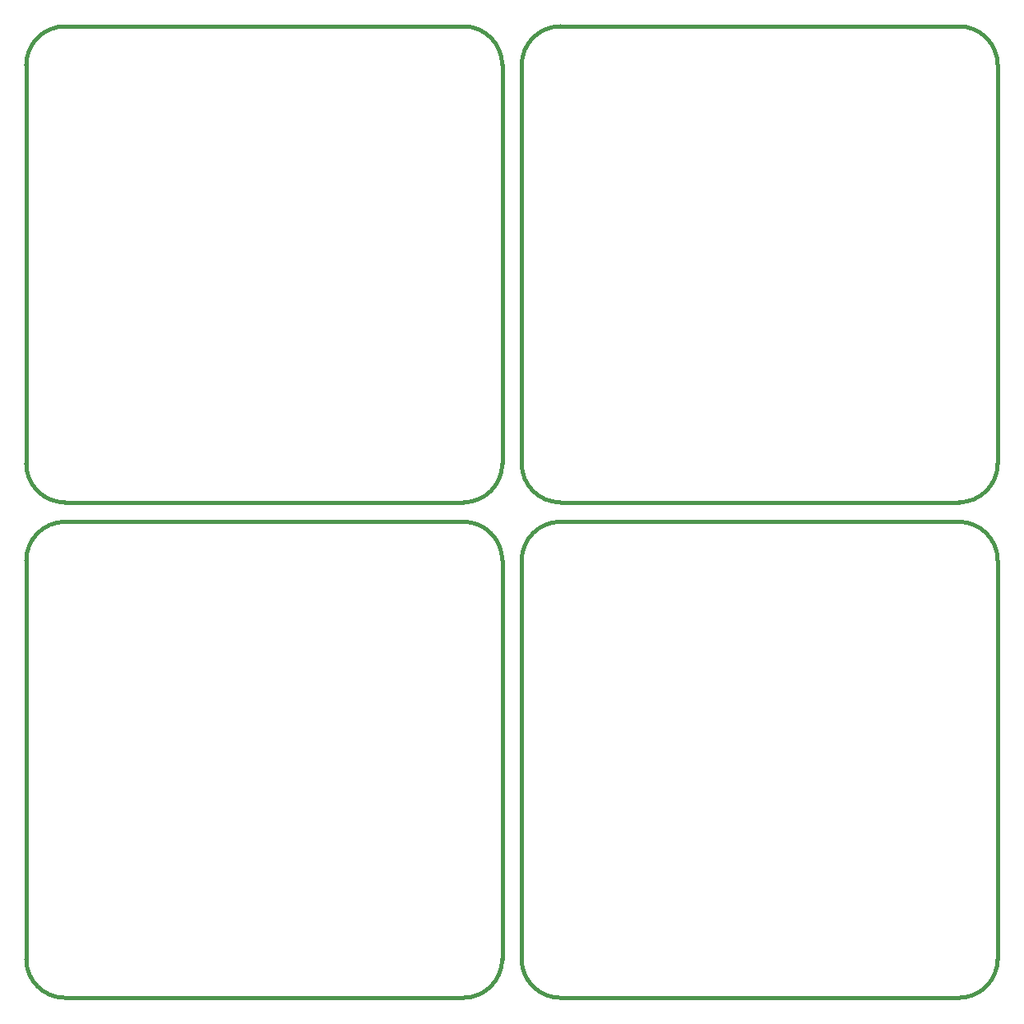
<source format=gm1>
%MOIN*%
%OFA0B0*%
%FSLAX46Y46*%
%IPPOS*%
%LPD*%
%ADD10C,0.015000000000000001*%
%ADD21C,0.015000000000000001*%
%ADD22C,0.015000000000000001*%
%ADD23C,0.015000000000000001*%
G01*
D10*
X0001929133Y0000157480D02*
X0001929133Y0001771653D01*
X0001771653Y0000000000D02*
G75*
G03*
X0001929133Y0000157480J0000157480D01*
G01*
X0000000000Y0000157480D02*
G75*
G03*
X0000157480Y0000000000I0000156437J-0000001042D01*
G01*
X0000157480Y0001929133D02*
G75*
G03*
X0000000000Y0001771653J-0000157480D01*
G01*
X0000157480Y0000000000D02*
X0001771653Y0000000000D01*
X0001771653Y0001929133D02*
X0000157480Y0001929133D01*
X0000000000Y0001771653D02*
X0000000000Y0000157480D01*
X0001929133Y0001771653D02*
G75*
G03*
X0001771653Y0001929133I-0000157480D01*
G01*
G04 next file*
G04 Gerber Fmt 4.6, Leading zero omitted, Abs format (unit mm)*
G04 Created by KiCad (PCBNEW (6.0.1)) date 2022-06-03 05:47:02*
G01*
G04 APERTURE LIST*
G04 APERTURE END LIST*
D21*
X0003937007Y0000157480D02*
X0003937007Y0001771653D01*
X0003779527Y0000000000D02*
G75*
G03*
X0003937007Y0000157480J0000157480D01*
G01*
X0002007874Y0000157480D02*
G75*
G03*
X0002165354Y0000000000I0000156437J-0000001042D01*
G01*
X0002165354Y0001929133D02*
G75*
G03*
X0002007874Y0001771653J-0000157480D01*
G01*
X0002165354Y0000000000D02*
X0003779527Y0000000000D01*
X0003779527Y0001929133D02*
X0002165354Y0001929133D01*
X0002007874Y0001771653D02*
X0002007874Y0000157480D01*
X0003937007Y0001771653D02*
G75*
G03*
X0003779527Y0001929133I-0000157480D01*
G01*
G04 next file*
G04 Gerber Fmt 4.6, Leading zero omitted, Abs format (unit mm)*
G04 Created by KiCad (PCBNEW (6.0.1)) date 2022-06-03 05:47:02*
G01*
G04 APERTURE LIST*
G04 APERTURE END LIST*
D22*
X0001929133Y0002165354D02*
X0001929133Y0003779527D01*
X0001771653Y0002007874D02*
G75*
G03*
X0001929133Y0002165354J0000157480D01*
G01*
X0000000000Y0002165354D02*
G75*
G03*
X0000157480Y0002007874I0000156437J-0000001042D01*
G01*
X0000157480Y0003937007D02*
G75*
G03*
X0000000000Y0003779527J-0000157480D01*
G01*
X0000157480Y0002007874D02*
X0001771653Y0002007874D01*
X0001771653Y0003937007D02*
X0000157480Y0003937007D01*
X0000000000Y0003779527D02*
X0000000000Y0002165354D01*
X0001929133Y0003779527D02*
G75*
G03*
X0001771653Y0003937007I-0000157480D01*
G01*
G04 next file*
G04 Gerber Fmt 4.6, Leading zero omitted, Abs format (unit mm)*
G04 Created by KiCad (PCBNEW (6.0.1)) date 2022-06-03 05:47:02*
G01*
G04 APERTURE LIST*
G04 APERTURE END LIST*
D23*
X0003937007Y0002165354D02*
X0003937007Y0003779527D01*
X0003779527Y0002007874D02*
G75*
G03*
X0003937007Y0002165354J0000157480D01*
G01*
X0002007874Y0002165354D02*
G75*
G03*
X0002165354Y0002007874I0000156437J-0000001042D01*
G01*
X0002165354Y0003937007D02*
G75*
G03*
X0002007874Y0003779527J-0000157480D01*
G01*
X0002165354Y0002007874D02*
X0003779527Y0002007874D01*
X0003779527Y0003937007D02*
X0002165354Y0003937007D01*
X0002007874Y0003779527D02*
X0002007874Y0002165354D01*
X0003937007Y0003779527D02*
G75*
G03*
X0003779527Y0003937007I-0000157480D01*
G01*
M02*
</source>
